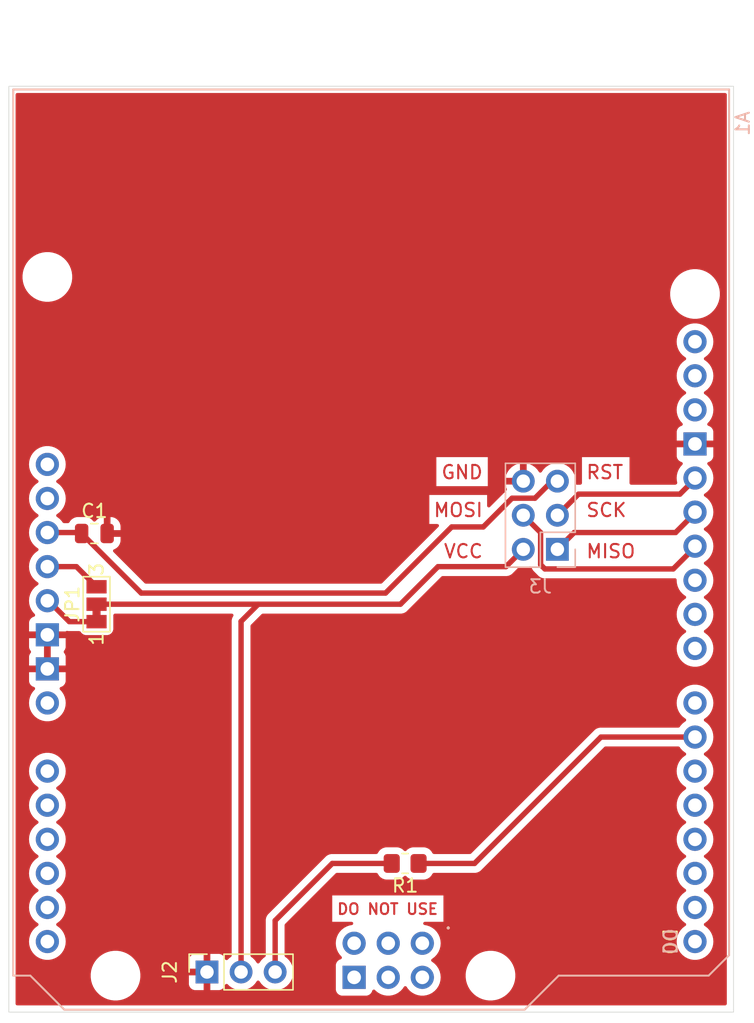
<source format=kicad_pcb>
(kicad_pcb (version 20240108) (generator "pcbnew") (generator_version "8.0")
  (layers (0 "F.Cu" signal) (31 "B.Cu" signal) (34 "B.Paste" user) (35 "F.Paste" user) (36 "B.SilkS" user "B.Silkscreen") (37 "F.SilkS" user "F.Silkscreen") (38 "B.Mask" user) (39 "F.Mask" user) (44 "Edge.Cuts" user))
  (net 0 "")
  (net 7 "+5V")
  (net 8 "SCK")
  (net 10 "MOSI")
  (net 21 "RST")
  (net 22 "GND")
  (net 26 "+3.3V")
  (net 28 "MISO")
  (net 30 "UPDI")
  (net 32 "VCC")
  (net 37 "Net-(A1-PadD6)")
  (footprint "Jumper:SolderJumper-3_P1.3mm_Bridged12_Pad1.0x1.5mm_NumberLabels" (layer "F.Cu") (at 85.864489 91.910161 90)
    (property "Reference" "JP1" (at 0 -1.8 90) (layer "F.SilkS"))
    (property "Value" "SolderJumper_3_Bridged12")
    (fp_poly (pts (xy -0.9 -0.3) (xy -0.4 -0.3) (xy -0.4 0.3) (xy -0.9 0.3)) (fill solid) (layer "F.Cu"))
    (fp_line (start 2.05 -1) (end 2.05 1) (stroke (width 0.12)) (layer "F.SilkS"))
    (fp_line (start -2.05 -1) (end 2.05 -1) (stroke (width 0.12)) (layer "F.SilkS"))
    (fp_line (start 2.05 1) (end -2.05 1) (stroke (width 0.12)) (layer "F.SilkS"))
    (fp_line (start -2.05 1) (end -2.05 -1) (stroke (width 0.12)) (layer "F.SilkS"))
    (fp_text user "3" (at 2.600001 0 90) (layer "F.SilkS"))
    (fp_text user "1" (at -2.600001 0 90) (layer "F.SilkS"))
    (pad "1" smd rect (at -1.3 0 90) (size 1 1.5) (layers "F.Cu" "F.Mask") (net 7 "+5V"))
    (pad "2" smd rect (at 0 0 90) (size 1 1.5) (layers "F.Cu" "F.Mask") (net 32 "VCC"))
    (pad "3" smd rect (at 1.3 0 90) (size 1 1.5) (layers "F.Cu" "F.Mask") (net 26 "+3.3V"))
  )
  (footprint "Resistor_SMD:R_0805_2012Metric_Pad1.20x1.40mm_HandSolder" (layer "F.Cu") (at 108.86 111.23 180)
    (property "Reference" "R1" (at 0 -1.65 360) (layer "F.SilkS"))
    (property "Value" "4k7")
    (fp_line (start -0.227064 0.735) (end 0.227064 0.735) (stroke (width 0.12)) (layer "F.SilkS"))
    (fp_line (start -0.227064 -0.735) (end 0.227064 -0.735) (stroke (width 0.12)) (layer "F.SilkS"))
    (pad "1" smd roundrect (at -1 0 180) (size 1.2 1.4) (layers "F.Cu" "F.Paste" "F.Mask") (roundrect_rratio 0.208333) (net 37 "Net-(A1-PadD6)"))
    (pad "2" smd roundrect (at 1 0 180) (size 1.2 1.4) (layers "F.Cu" "F.Paste" "F.Mask") (roundrect_rratio 0.208333) (net 30 "UPDI"))
  )
  (footprint "Capacitor_SMD:C_0805_2012Metric" (layer "F.Cu") (at 85.704488 86.640161)
    (property "Reference" "C1" (at 0 -1.679999 0) (layer "F.SilkS"))
    (property "Value" "C")
    (fp_line (start -0.261253 -0.735) (end 0.261253 -0.735) (stroke (width 0.12)) (layer "F.SilkS"))
    (fp_line (start -0.261253 0.735) (end 0.261253 0.735) (stroke (width 0.12)) (layer "F.SilkS"))
    (pad "1" smd roundrect (at -0.949999 0) (size 1 1.45) (layers "F.Cu" "F.Paste" "F.Mask") (net 21 "RST"))
    (pad "2" smd roundrect (at 0.949999 0) (size 1 1.45) (layers "F.Cu" "F.Paste" "F.Mask") (net 22 "GND"))
  )
  (footprint "Connector_PinSocket_2.54mm:PinSocket_1x03_P2.54mm_Vertical" (layer "F.Cu") (at 94.094488 119.32016 90)
    (property "Reference" "J2" (at 0 -2.77 90) (layer "F.SilkS"))
    (property "Value" "UPDI")
    (fp_line (start 1.33 -1.33) (end 1.33 0) (stroke (width 0.12)) (layer "F.SilkS"))
    (fp_line (start 0 -1.33) (end 1.33 -1.33) (stroke (width 0.12)) (layer "F.SilkS"))
    (fp_line (start 1.33 1.270001) (end 1.33 6.409999) (stroke (width 0.12)) (layer "F.SilkS"))
    (fp_line (start -1.33 1.270001) (end 1.33 1.270001) (stroke (width 0.12)) (layer "F.SilkS"))
    (fp_line (start -1.33 1.270001) (end -1.33 6.409999) (stroke (width 0.12)) (layer "F.SilkS"))
    (fp_line (start -1.33 6.409999) (end 1.33 6.409999) (stroke (width 0.12)) (layer "F.SilkS"))
    (pad "1" thru_hole rect (at 0 0 90) (size 1.7 1.7) (drill 1) (layers "*.Cu" "*.Mask" "In1.Cu" "In2.Cu" "In3.Cu" "In4.Cu" "In5.Cu" "In6.Cu" "In7.Cu" "In8.Cu" "In9.Cu" "In10.Cu" "In11.Cu" "In12.Cu" "In13.Cu" "In14.Cu" "In15.Cu" "In16.Cu" "In17.Cu" "In18.Cu" "In19.Cu" "In20.Cu" "In21.Cu" "In22.Cu" "In23.Cu" "In24.Cu" "In25.Cu" "In26.Cu" "In27.Cu" "In28.Cu" "In29.Cu" "In30.Cu") (net 22 "GND"))
    (pad "2" thru_hole oval (at 0 2.54 90) (size 1.7 1.7) (drill 1) (layers "*.Cu" "*.Mask" "In1.Cu" "In2.Cu" "In3.Cu" "In4.Cu" "In5.Cu" "In6.Cu" "In7.Cu" "In8.Cu" "In9.Cu" "In10.Cu" "In11.Cu" "In12.Cu" "In13.Cu" "In14.Cu" "In15.Cu" "In16.Cu" "In17.Cu" "In18.Cu" "In19.Cu" "In20.Cu" "In21.Cu" "In22.Cu" "In23.Cu" "In24.Cu" "In25.Cu" "In26.Cu" "In27.Cu" "In28.Cu" "In29.Cu" "In30.Cu") (net 32 "VCC"))
    (pad "3" thru_hole oval (at 0 5.079999 90) (size 1.7 1.7) (drill 1) (layers "*.Cu" "*.Mask" "In1.Cu" "In2.Cu" "In3.Cu" "In4.Cu" "In5.Cu" "In6.Cu" "In7.Cu" "In8.Cu" "In9.Cu" "In10.Cu" "In11.Cu" "In12.Cu" "In13.Cu" "In14.Cu" "In15.Cu" "In16.Cu" "In17.Cu" "In18.Cu" "In19.Cu" "In20.Cu" "In21.Cu" "In22.Cu" "In23.Cu" "In24.Cu" "In25.Cu" "In26.Cu" "In27.Cu" "In28.Cu" "In29.Cu" "In30.Cu") (net 30 "UPDI"))
  )
  (footprint "PCM_arduino-library:Arduino_Uno_R3_Shield" (layer "F.Cu") (at 79.66 53.550161 -90)
    (property "Reference" "A1" (at 2.54 -54.356 90) (layer "B.SilkS") (effects (justify mirror)))
    (property "Value" "Arduino_Uno_R3_SMD_Shield")
    (fp_line (start 0 0) (end 66.04 0) (stroke (width 0.15)) (layer "B.SilkS"))
    (fp_line (start 66.04 0) (end 66.04 -1.27) (stroke (width 0.15)) (layer "B.SilkS"))
    (fp_line (start 66.04 -1.27) (end 68.58 -3.81) (stroke (width 0.15)) (layer "B.SilkS"))
    (fp_line (start 68.58 -3.81) (end 68.58 -38.099999) (stroke (width 0.15)) (layer "B.SilkS"))
    (fp_line (start 68.58 -38.099999) (end 66.04 -40.64) (stroke (width 0.15)) (layer "B.SilkS"))
    (fp_line (start 66.04 -40.64) (end 66.04 -51.816) (stroke (width 0.15)) (layer "B.SilkS"))
    (fp_line (start 0 -53.34) (end 0 0) (stroke (width 0.15)) (layer "B.SilkS"))
    (fp_line (start 0 -53.34) (end 64.516 -53.34) (stroke (width 0.15)) (layer "B.SilkS"))
    (fp_line (start 64.516 -53.34) (end 66.04 -51.816) (stroke (width 0.15)) (layer "B.SilkS"))
    (fp_text user "." (at 62.484001 -32.004 90) (layer "B.SilkS"))
    (fp_text user "D0" (at 63.500001 -48.895 -90) (layer "B.SilkS") (effects (justify mirror)))
    (fp_text user "D0" (at 63.500001 -48.895 -90) (layer "F.SilkS"))
    (fp_text user "." (at 62.484001 -32.004 90) (layer "F.SilkS"))
    (pad "" np_thru_hole circle (at 13.97 -2.54 270) (size 3.2 3.2) (drill 3.2) (layers "*.Cu" "*.Mask" "In1.Cu" "In2.Cu" "In3.Cu" "In4.Cu" "In5.Cu" "In6.Cu" "In7.Cu" "In8.Cu" "In9.Cu" "In10.Cu" "In11.Cu" "In12.Cu" "In13.Cu" "In14.Cu" "In15.Cu" "In16.Cu" "In17.Cu" "In18.Cu" "In19.Cu" "In20.Cu" "In21.Cu" "In22.Cu" "In23.Cu" "In24.Cu" "In25.Cu" "In26.Cu" "In27.Cu" "In28.Cu" "In29.Cu" "In30.Cu"))
    (pad "" np_thru_hole circle (at 15.24 -50.8 270) (size 3.2 3.2) (drill 3.2) (layers "*.Cu" "*.Mask" "In1.Cu" "In2.Cu" "In3.Cu" "In4.Cu" "In5.Cu" "In6.Cu" "In7.Cu" "In8.Cu" "In9.Cu" "In10.Cu" "In11.Cu" "In12.Cu" "In13.Cu" "In14.Cu" "In15.Cu" "In16.Cu" "In17.Cu" "In18.Cu" "In19.Cu" "In20.Cu" "In21.Cu" "In22.Cu" "In23.Cu" "In24.Cu" "In25.Cu" "In26.Cu" "In27.Cu" "In28.Cu" "In29.Cu" "In30.Cu"))
    (pad "" thru_hole oval (at 27.94 -2.54 270) (size 1.7272 1.7272) (drill 1.016) (layers "*.Cu" "*.Mask" "In1.Cu" "In2.Cu" "In3.Cu" "In4.Cu" "In5.Cu" "In6.Cu" "In7.Cu" "In8.Cu" "In9.Cu" "In10.Cu" "In11.Cu" "In12.Cu" "In13.Cu" "In14.Cu" "In15.Cu" "In16.Cu" "In17.Cu" "In18.Cu" "In19.Cu" "In20.Cu" "In21.Cu" "In22.Cu" "In23.Cu" "In24.Cu" "In25.Cu" "In26.Cu" "In27.Cu" "In28.Cu" "In29.Cu" "In30.Cu"))
    (pad "" np_thru_hole circle (at 66.04 -35.56 270) (size 3.2 3.2) (drill 3.2) (layers "*.Cu" "*.Mask" "In1.Cu" "In2.Cu" "In3.Cu" "In4.Cu" "In5.Cu" "In6.Cu" "In7.Cu" "In8.Cu" "In9.Cu" "In10.Cu" "In11.Cu" "In12.Cu" "In13.Cu" "In14.Cu" "In15.Cu" "In16.Cu" "In17.Cu" "In18.Cu" "In19.Cu" "In20.Cu" "In21.Cu" "In22.Cu" "In23.Cu" "In24.Cu" "In25.Cu" "In26.Cu" "In27.Cu" "In28.Cu" "In29.Cu" "In30.Cu"))
    (pad "" np_thru_hole circle (at 66.04 -7.62 270) (size 3.2 3.2) (drill 3.2) (layers "*.Cu" "*.Mask" "In1.Cu" "In2.Cu" "In3.Cu" "In4.Cu" "In5.Cu" "In6.Cu" "In7.Cu" "In8.Cu" "In9.Cu" "In10.Cu" "In11.Cu" "In12.Cu" "In13.Cu" "In14.Cu" "In15.Cu" "In16.Cu" "In17.Cu" "In18.Cu" "In19.Cu" "In20.Cu" "In21.Cu" "In22.Cu" "In23.Cu" "In24.Cu" "In25.Cu" "In26.Cu" "In27.Cu" "In28.Cu" "In29.Cu" "In30.Cu"))
    (pad "3V3" thru_hole oval (at 35.56 -2.54 270) (size 1.7272 1.7272) (drill 1.016) (layers "*.Cu" "*.Mask" "In1.Cu" "In2.Cu" "In3.Cu" "In4.Cu" "In5.Cu" "In6.Cu" "In7.Cu" "In8.Cu" "In9.Cu" "In10.Cu" "In11.Cu" "In12.Cu" "In13.Cu" "In14.Cu" "In15.Cu" "In16.Cu" "In17.Cu" "In18.Cu" "In19.Cu" "In20.Cu" "In21.Cu" "In22.Cu" "In23.Cu" "In24.Cu" "In25.Cu" "In26.Cu" "In27.Cu" "In28.Cu" "In29.Cu" "In30.Cu") (net 26 "+3.3V"))
    (pad "5V1" thru_hole oval (at 38.1 -2.54 270) (size 1.7272 1.7272) (drill 1.016) (layers "*.Cu" "*.Mask" "In1.Cu" "In2.Cu" "In3.Cu" "In4.Cu" "In5.Cu" "In6.Cu" "In7.Cu" "In8.Cu" "In9.Cu" "In10.Cu" "In11.Cu" "In12.Cu" "In13.Cu" "In14.Cu" "In15.Cu" "In16.Cu" "In17.Cu" "In18.Cu" "In19.Cu" "In20.Cu" "In21.Cu" "In22.Cu" "In23.Cu" "In24.Cu" "In25.Cu" "In26.Cu" "In27.Cu" "In28.Cu" "In29.Cu" "In30.Cu") (net 7 "+5V"))
    (pad "5V2" thru_hole oval (at 66.167 -30.48 270) (size 1.7272 1.7272) (drill 1.016) (layers "*.Cu" "*.Mask" "In1.Cu" "In2.Cu" "In3.Cu" "In4.Cu" "In5.Cu" "In6.Cu" "In7.Cu" "In8.Cu" "In9.Cu" "In10.Cu" "In11.Cu" "In12.Cu" "In13.Cu" "In14.Cu" "In15.Cu" "In16.Cu" "In17.Cu" "In18.Cu" "In19.Cu" "In20.Cu" "In21.Cu" "In22.Cu" "In23.Cu" "In24.Cu" "In25.Cu" "In26.Cu" "In27.Cu" "In28.Cu" "In29.Cu" "In30.Cu"))
    (pad "A0" thru_hole oval (at 50.8 -2.54 270) (size 1.7272 1.7272) (drill 1.016) (layers "*.Cu" "*.Mask" "In1.Cu" "In2.Cu" "In3.Cu" "In4.Cu" "In5.Cu" "In6.Cu" "In7.Cu" "In8.Cu" "In9.Cu" "In10.Cu" "In11.Cu" "In12.Cu" "In13.Cu" "In14.Cu" "In15.Cu" "In16.Cu" "In17.Cu" "In18.Cu" "In19.Cu" "In20.Cu" "In21.Cu" "In22.Cu" "In23.Cu" "In24.Cu" "In25.Cu" "In26.Cu" "In27.Cu" "In28.Cu" "In29.Cu" "In30.Cu"))
    (pad "A1" thru_hole oval (at 53.34 -2.54 270) (size 1.7272 1.7272) (drill 1.016) (layers "*.Cu" "*.Mask" "In1.Cu" "In2.Cu" "In3.Cu" "In4.Cu" "In5.Cu" "In6.Cu" "In7.Cu" "In8.Cu" "In9.Cu" "In10.Cu" "In11.Cu" "In12.Cu" "In13.Cu" "In14.Cu" "In15.Cu" "In16.Cu" "In17.Cu" "In18.Cu" "In19.Cu" "In20.Cu" "In21.Cu" "In22.Cu" "In23.Cu" "In24.Cu" "In25.Cu" "In26.Cu" "In27.Cu" "In28.Cu" "In29.Cu" "In30.Cu"))
    (pad "A2" thru_hole oval (at 55.88 -2.54 270) (size 1.7272 1.7272) (drill 1.016) (layers "*.Cu" "*.Mask" "In1.Cu" "In2.Cu" "In3.Cu" "In4.Cu" "In5.Cu" "In6.Cu" "In7.Cu" "In8.Cu" "In9.Cu" "In10.Cu" "In11.Cu" "In12.Cu" "In13.Cu" "In14.Cu" "In15.Cu" "In16.Cu" "In17.Cu" "In18.Cu" "In19.Cu" "In20.Cu" "In21.Cu" "In22.Cu" "In23.Cu" "In24.Cu" "In25.Cu" "In26.Cu" "In27.Cu" "In28.Cu" "In29.Cu" "In30.Cu"))
    (pad "A3" thru_hole oval (at 58.42 -2.54 270) (size 1.7272 1.7272) (drill 1.016) (layers "*.Cu" "*.Mask" "In1.Cu" "In2.Cu" "In3.Cu" "In4.Cu" "In5.Cu" "In6.Cu" "In7.Cu" "In8.Cu" "In9.Cu" "In10.Cu" "In11.Cu" "In12.Cu" "In13.Cu" "In14.Cu" "In15.Cu" "In16.Cu" "In17.Cu" "In18.Cu" "In19.Cu" "In20.Cu" "In21.Cu" "In22.Cu" "In23.Cu" "In24.Cu" "In25.Cu" "In26.Cu" "In27.Cu" "In28.Cu" "In29.Cu" "In30.Cu"))
    (pad "A4" thru_hole oval (at 60.96 -2.54 270) (size 1.7272 1.7272) (drill 1.016) (layers "*.Cu" "*.Mask" "In1.Cu" "In2.Cu" "In3.Cu" "In4.Cu" "In5.Cu" "In6.Cu" "In7.Cu" "In8.Cu" "In9.Cu" "In10.Cu" "In11.Cu" "In12.Cu" "In13.Cu" "In14.Cu" "In15.Cu" "In16.Cu" "In17.Cu" "In18.Cu" "In19.Cu" "In20.Cu" "In21.Cu" "In22.Cu" "In23.Cu" "In24.Cu" "In25.Cu" "In26.Cu" "In27.Cu" "In28.Cu" "In29.Cu" "In30.Cu"))
    (pad "A5" thru_hole oval (at 63.5 -2.54 270) (size 1.7272 1.7272) (drill 1.016) (layers "*.Cu" "*.Mask" "In1.Cu" "In2.Cu" "In3.Cu" "In4.Cu" "In5.Cu" "In6.Cu" "In7.Cu" "In8.Cu" "In9.Cu" "In10.Cu" "In11.Cu" "In12.Cu" "In13.Cu" "In14.Cu" "In15.Cu" "In16.Cu" "In17.Cu" "In18.Cu" "In19.Cu" "In20.Cu" "In21.Cu" "In22.Cu" "In23.Cu" "In24.Cu" "In25.Cu" "In26.Cu" "In27.Cu" "In28.Cu" "In29.Cu" "In30.Cu"))
    (pad "AREF" thru_hole oval (at 23.876 -50.8 270) (size 1.7272 1.7272) (drill 1.016) (layers "*.Cu" "*.Mask" "In1.Cu" "In2.Cu" "In3.Cu" "In4.Cu" "In5.Cu" "In6.Cu" "In7.Cu" "In8.Cu" "In9.Cu" "In10.Cu" "In11.Cu" "In12.Cu" "In13.Cu" "In14.Cu" "In15.Cu" "In16.Cu" "In17.Cu" "In18.Cu" "In19.Cu" "In20.Cu" "In21.Cu" "In22.Cu" "In23.Cu" "In24.Cu" "In25.Cu" "In26.Cu" "In27.Cu" "In28.Cu" "In29.Cu" "In30.Cu"))
    (pad "D0" thru_hole oval (at 63.5 -50.8 270) (size 1.7272 1.7272) (drill 1.016) (layers "*.Cu" "*.Mask" "In1.Cu" "In2.Cu" "In3.Cu" "In4.Cu" "In5.Cu" "In6.Cu" "In7.Cu" "In8.Cu" "In9.Cu" "In10.Cu" "In11.Cu" "In12.Cu" "In13.Cu" "In14.Cu" "In15.Cu" "In16.Cu" "In17.Cu" "In18.Cu" "In19.Cu" "In20.Cu" "In21.Cu" "In22.Cu" "In23.Cu" "In24.Cu" "In25.Cu" "In26.Cu" "In27.Cu" "In28.Cu" "In29.Cu" "In30.Cu"))
    (pad "D1" thru_hole oval (at 60.96 -50.8 270) (size 1.7272 1.7272) (drill 1.016) (layers "*.Cu" "*.Mask" "In1.Cu" "In2.Cu" "In3.Cu" "In4.Cu" "In5.Cu" "In6.Cu" "In7.Cu" "In8.Cu" "In9.Cu" "In10.Cu" "In11.Cu" "In12.Cu" "In13.Cu" "In14.Cu" "In15.Cu" "In16.Cu" "In17.Cu" "In18.Cu" "In19.Cu" "In20.Cu" "In21.Cu" "In22.Cu" "In23.Cu" "In24.Cu" "In25.Cu" "In26.Cu" "In27.Cu" "In28.Cu" "In29.Cu" "In30.Cu"))
    (pad "D2" thru_hole oval (at 58.42 -50.8 270) (size 1.7272 1.7272) (drill 1.016) (layers "*.Cu" "*.Mask" "In1.Cu" "In2.Cu" "In3.Cu" "In4.Cu" "In5.Cu" "In6.Cu" "In7.Cu" "In8.Cu" "In9.Cu" "In10.Cu" "In11.Cu" "In12.Cu" "In13.Cu" "In14.Cu" "In15.Cu" "In16.Cu" "In17.Cu" "In18.Cu" "In19.Cu" "In20.Cu" "In21.Cu" "In22.Cu" "In23.Cu" "In24.Cu" "In25.Cu" "In26.Cu" "In27.Cu" "In28.Cu" "In29.Cu" "In30.Cu"))
    (pad "D3" thru_hole oval (at 55.879999 -50.8 270) (size 1.7272 1.7272) (drill 1.016) (layers "*.Cu" "*.Mask" "In1.Cu" "In2.Cu" "In3.Cu" "In4.Cu" "In5.Cu" "In6.Cu" "In7.Cu" "In8.Cu" "In9.Cu" "In10.Cu" "In11.Cu" "In12.Cu" "In13.Cu" "In14.Cu" "In15.Cu" "In16.Cu" "In17.Cu" "In18.Cu" "In19.Cu" "In20.Cu" "In21.Cu" "In22.Cu" "In23.Cu" "In24.Cu" "In25.Cu" "In26.Cu" "In27.Cu" "In28.Cu" "In29.Cu" "In30.Cu"))
    (pad "D4" thru_hole oval (at 53.34 -50.8 270) (size 1.7272 1.7272) (drill 1.016) (layers "*.Cu" "*.Mask" "In1.Cu" "In2.Cu" "In3.Cu" "In4.Cu" "In5.Cu" "In6.Cu" "In7.Cu" "In8.Cu" "In9.Cu" "In10.Cu" "In11.Cu" "In12.Cu" "In13.Cu" "In14.Cu" "In15.Cu" "In16.Cu" "In17.Cu" "In18.Cu" "In19.Cu" "In20.Cu" "In21.Cu" "In22.Cu" "In23.Cu" "In24.Cu" "In25.Cu" "In26.Cu" "In27.Cu" "In28.Cu" "In29.Cu" "In30.Cu"))
    (pad "D5" thru_hole oval (at 50.8 -50.8 270) (size 1.7272 1.7272) (drill 1.016) (layers "*.Cu" "*.Mask" "In1.Cu" "In2.Cu" "In3.Cu" "In4.Cu" "In5.Cu" "In6.Cu" "In7.Cu" "In8.Cu" "In9.Cu" "In10.Cu" "In11.Cu" "In12.Cu" "In13.Cu" "In14.Cu" "In15.Cu" "In16.Cu" "In17.Cu" "In18.Cu" "In19.Cu" "In20.Cu" "In21.Cu" "In22.Cu" "In23.Cu" "In24.Cu" "In25.Cu" "In26.Cu" "In27.Cu" "In28.Cu" "In29.Cu" "In30.Cu"))
    (pad "D6" thru_hole oval (at 48.26 -50.8 270) (size 1.7272 1.7272) (drill 1.016) (layers "*.Cu" "*.Mask" "In1.Cu" "In2.Cu" "In3.Cu" "In4.Cu" "In5.Cu" "In6.Cu" "In7.Cu" "In8.Cu" "In9.Cu" "In10.Cu" "In11.Cu" "In12.Cu" "In13.Cu" "In14.Cu" "In15.Cu" "In16.Cu" "In17.Cu" "In18.Cu" "In19.Cu" "In20.Cu" "In21.Cu" "In22.Cu" "In23.Cu" "In24.Cu" "In25.Cu" "In26.Cu" "In27.Cu" "In28.Cu" "In29.Cu" "In30.Cu") (net 37 "Net-(A1-PadD6)"))
    (pad "D7" thru_hole oval (at 45.720001 -50.8 270) (size 1.7272 1.7272) (drill 1.016) (layers "*.Cu" "*.Mask" "In1.Cu" "In2.Cu" "In3.Cu" "In4.Cu" "In5.Cu" "In6.Cu" "In7.Cu" "In8.Cu" "In9.Cu" "In10.Cu" "In11.Cu" "In12.Cu" "In13.Cu" "In14.Cu" "In15.Cu" "In16.Cu" "In17.Cu" "In18.Cu" "In19.Cu" "In20.Cu" "In21.Cu" "In22.Cu" "In23.Cu" "In24.Cu" "In25.Cu" "In26.Cu" "In27.Cu" "In28.Cu" "In29.Cu" "In30.Cu"))
    (pad "D8" thru_hole oval (at 41.656001 -50.8 270) (size 1.7272 1.7272) (drill 1.016) (layers "*.Cu" "*.Mask" "In1.Cu" "In2.Cu" "In3.Cu" "In4.Cu" "In5.Cu" "In6.Cu" "In7.Cu" "In8.Cu" "In9.Cu" "In10.Cu" "In11.Cu" "In12.Cu" "In13.Cu" "In14.Cu" "In15.Cu" "In16.Cu" "In17.Cu" "In18.Cu" "In19.Cu" "In20.Cu" "In21.Cu" "In22.Cu" "In23.Cu" "In24.Cu" "In25.Cu" "In26.Cu" "In27.Cu" "In28.Cu" "In29.Cu" "In30.Cu"))
    (pad "D9" thru_hole oval (at 39.116 -50.8 270) (size 1.7272 1.7272) (drill 1.016) (layers "*.Cu" "*.Mask" "In1.Cu" "In2.Cu" "In3.Cu" "In4.Cu" "In5.Cu" "In6.Cu" "In7.Cu" "In8.Cu" "In9.Cu" "In10.Cu" "In11.Cu" "In12.Cu" "In13.Cu" "In14.Cu" "In15.Cu" "In16.Cu" "In17.Cu" "In18.Cu" "In19.Cu" "In20.Cu" "In21.Cu" "In22.Cu" "In23.Cu" "In24.Cu" "In25.Cu" "In26.Cu" "In27.Cu" "In28.Cu" "In29.Cu" "In30.Cu"))
    (pad "D10" thru_hole oval (at 36.576 -50.8 270) (size 1.7272 1.7272) (drill 1.016) (layers "*.Cu" "*.Mask" "In1.Cu" "In2.Cu" "In3.Cu" "In4.Cu" "In5.Cu" "In6.Cu" "In7.Cu" "In8.Cu" "In9.Cu" "In10.Cu" "In11.Cu" "In12.Cu" "In13.Cu" "In14.Cu" "In15.Cu" "In16.Cu" "In17.Cu" "In18.Cu" "In19.Cu" "In20.Cu" "In21.Cu" "In22.Cu" "In23.Cu" "In24.Cu" "In25.Cu" "In26.Cu" "In27.Cu" "In28.Cu" "In29.Cu" "In30.Cu"))
    (pad "D11" thru_hole oval (at 34.036 -50.8 270) (size 1.7272 1.7272) (drill 1.016) (layers "*.Cu" "*.Mask" "In1.Cu" "In2.Cu" "In3.Cu" "In4.Cu" "In5.Cu" "In6.Cu" "In7.Cu" "In8.Cu" "In9.Cu" "In10.Cu" "In11.Cu" "In12.Cu" "In13.Cu" "In14.Cu" "In15.Cu" "In16.Cu" "In17.Cu" "In18.Cu" "In19.Cu" "In20.Cu" "In21.Cu" "In22.Cu" "In23.Cu" "In24.Cu" "In25.Cu" "In26.Cu" "In27.Cu" "In28.Cu" "In29.Cu" "In30.Cu") (net 10 "MOSI"))
    (pad "D12" thru_hole oval (at 31.496 -50.8 270) (size 1.7272 1.7272) (drill 1.016) (layers "*.Cu" "*.Mask" "In1.Cu" "In2.Cu" "In3.Cu" "In4.Cu" "In5.Cu" "In6.Cu" "In7.Cu" "In8.Cu" "In9.Cu" "In10.Cu" "In11.Cu" "In12.Cu" "In13.Cu" "In14.Cu" "In15.Cu" "In16.Cu" "In17.Cu" "In18.Cu" "In19.Cu" "In20.Cu" "In21.Cu" "In22.Cu" "In23.Cu" "In24.Cu" "In25.Cu" "In26.Cu" "In27.Cu" "In28.Cu" "In29.Cu" "In30.Cu") (net 28 "MISO"))
    (pad "D13" thru_hole oval (at 28.955999 -50.8 270) (size 1.7272 1.7272) (drill 1.016) (layers "*.Cu" "*.Mask" "In1.Cu" "In2.Cu" "In3.Cu" "In4.Cu" "In5.Cu" "In6.Cu" "In7.Cu" "In8.Cu" "In9.Cu" "In10.Cu" "In11.Cu" "In12.Cu" "In13.Cu" "In14.Cu" "In15.Cu" "In16.Cu" "In17.Cu" "In18.Cu" "In19.Cu" "In20.Cu" "In21.Cu" "In22.Cu" "In23.Cu" "In24.Cu" "In25.Cu" "In26.Cu" "In27.Cu" "In28.Cu" "In29.Cu" "In30.Cu") (net 8 "SCK"))
    (pad "GND1" thru_hole rect (at 26.416 -50.8 270) (size 1.7272 1.7272) (drill 1.016) (layers "*.Cu" "*.Mask" "In1.Cu" "In2.Cu" "In3.Cu" "In4.Cu" "In5.Cu" "In6.Cu" "In7.Cu" "In8.Cu" "In9.Cu" "In10.Cu" "In11.Cu" "In12.Cu" "In13.Cu" "In14.Cu" "In15.Cu" "In16.Cu" "In17.Cu" "In18.Cu" "In19.Cu" "In20.Cu" "In21.Cu" "In22.Cu" "In23.Cu" "In24.Cu" "In25.Cu" "In26.Cu" "In27.Cu" "In28.Cu" "In29.Cu" "In30.Cu") (net 22 "GND"))
    (pad "GND2" thru_hole rect (at 40.64 -2.54 270) (size 1.7272 1.7272) (drill 1.016) (layers "*.Cu" "*.Mask" "In1.Cu" "In2.Cu" "In3.Cu" "In4.Cu" "In5.Cu" "In6.Cu" "In7.Cu" "In8.Cu" "In9.Cu" "In10.Cu" "In11.Cu" "In12.Cu" "In13.Cu" "In14.Cu" "In15.Cu" "In16.Cu" "In17.Cu" "In18.Cu" "In19.Cu" "In20.Cu" "In21.Cu" "In22.Cu" "In23.Cu" "In24.Cu" "In25.Cu" "In26.Cu" "In27.Cu" "In28.Cu" "In29.Cu" "In30.Cu") (net 22 "GND"))
    (pad "GND3" thru_hole rect (at 43.18 -2.54 270) (size 1.7272 1.7272) (drill 1.016) (layers "*.Cu" "*.Mask" "In1.Cu" "In2.Cu" "In3.Cu" "In4.Cu" "In5.Cu" "In6.Cu" "In7.Cu" "In8.Cu" "In9.Cu" "In10.Cu" "In11.Cu" "In12.Cu" "In13.Cu" "In14.Cu" "In15.Cu" "In16.Cu" "In17.Cu" "In18.Cu" "In19.Cu" "In20.Cu" "In21.Cu" "In22.Cu" "In23.Cu" "In24.Cu" "In25.Cu" "In26.Cu" "In27.Cu" "In28.Cu" "In29.Cu" "In30.Cu") (net 22 "GND"))
    (pad "GND4" thru_hole rect (at 66.167 -25.4 270) (size 1.7272 1.7272) (drill 1.016) (layers "*.Cu" "*.Mask" "In1.Cu" "In2.Cu" "In3.Cu" "In4.Cu" "In5.Cu" "In6.Cu" "In7.Cu" "In8.Cu" "In9.Cu" "In10.Cu" "In11.Cu" "In12.Cu" "In13.Cu" "In14.Cu" "In15.Cu" "In16.Cu" "In17.Cu" "In18.Cu" "In19.Cu" "In20.Cu" "In21.Cu" "In22.Cu" "In23.Cu" "In24.Cu" "In25.Cu" "In26.Cu" "In27.Cu" "In28.Cu" "In29.Cu" "In30.Cu"))
    (pad "IORF" thru_hole oval (at 30.48 -2.54 270) (size 1.7272 1.7272) (drill 1.016) (layers "*.Cu" "*.Mask" "In1.Cu" "In2.Cu" "In3.Cu" "In4.Cu" "In5.Cu" "In6.Cu" "In7.Cu" "In8.Cu" "In9.Cu" "In10.Cu" "In11.Cu" "In12.Cu" "In13.Cu" "In14.Cu" "In15.Cu" "In16.Cu" "In17.Cu" "In18.Cu" "In19.Cu" "In20.Cu" "In21.Cu" "In22.Cu" "In23.Cu" "In24.Cu" "In25.Cu" "In26.Cu" "In27.Cu" "In28.Cu" "In29.Cu" "In30.Cu"))
    (pad "MISO" thru_hole oval (at 63.627 -30.48 270) (size 1.7272 1.7272) (drill 1.016) (layers "*.Cu" "*.Mask" "In1.Cu" "In2.Cu" "In3.Cu" "In4.Cu" "In5.Cu" "In6.Cu" "In7.Cu" "In8.Cu" "In9.Cu" "In10.Cu" "In11.Cu" "In12.Cu" "In13.Cu" "In14.Cu" "In15.Cu" "In16.Cu" "In17.Cu" "In18.Cu" "In19.Cu" "In20.Cu" "In21.Cu" "In22.Cu" "In23.Cu" "In24.Cu" "In25.Cu" "In26.Cu" "In27.Cu" "In28.Cu" "In29.Cu" "In30.Cu"))
    (pad "MOSI" thru_hole oval (at 66.167 -27.94 270) (size 1.7272 1.7272) (drill 1.016) (layers "*.Cu" "*.Mask" "In1.Cu" "In2.Cu" "In3.Cu" "In4.Cu" "In5.Cu" "In6.Cu" "In7.Cu" "In8.Cu" "In9.Cu" "In10.Cu" "In11.Cu" "In12.Cu" "In13.Cu" "In14.Cu" "In15.Cu" "In16.Cu" "In17.Cu" "In18.Cu" "In19.Cu" "In20.Cu" "In21.Cu" "In22.Cu" "In23.Cu" "In24.Cu" "In25.Cu" "In26.Cu" "In27.Cu" "In28.Cu" "In29.Cu" "In30.Cu"))
    (pad "RST1" thru_hole oval (at 33.02 -2.54 270) (size 1.7272 1.7272) (drill 1.016) (layers "*.Cu" "*.Mask" "In1.Cu" "In2.Cu" "In3.Cu" "In4.Cu" "In5.Cu" "In6.Cu" "In7.Cu" "In8.Cu" "In9.Cu" "In10.Cu" "In11.Cu" "In12.Cu" "In13.Cu" "In14.Cu" "In15.Cu" "In16.Cu" "In17.Cu" "In18.Cu" "In19.Cu" "In20.Cu" "In21.Cu" "In22.Cu" "In23.Cu" "In24.Cu" "In25.Cu" "In26.Cu" "In27.Cu" "In28.Cu" "In29.Cu" "In30.Cu") (net 21 "RST"))
    (pad "RST2" thru_hole oval (at 63.627 -25.4 270) (size 1.7272 1.7272) (drill 1.016) (layers "*.Cu" "*.Mask" "In1.Cu" "In2.Cu" "In3.Cu" "In4.Cu" "In5.Cu" "In6.Cu" "In7.Cu" "In8.Cu" "In9.Cu" "In10.Cu" "In11.Cu" "In12.Cu" "In13.Cu" "In14.Cu" "In15.Cu" "In16.Cu" "In17.Cu" "In18.Cu" "In19.Cu" "In20.Cu" "In21.Cu" "In22.Cu" "In23.Cu" "In24.Cu" "In25.Cu" "In26.Cu" "In27.Cu" "In28.Cu" "In29.Cu" "In30.Cu"))
    (pad "SCK" thru_hole oval (at 63.627 -27.94 270) (size 1.7272 1.7272) (drill 1.016) (layers "*.Cu" "*.Mask" "In1.Cu" "In2.Cu" "In3.Cu" "In4.Cu" "In5.Cu" "In6.Cu" "In7.Cu" "In8.Cu" "In9.Cu" "In10.Cu" "In11.Cu" "In12.Cu" "In13.Cu" "In14.Cu" "In15.Cu" "In16.Cu" "In17.Cu" "In18.Cu" "In19.Cu" "In20.Cu" "In21.Cu" "In22.Cu" "In23.Cu" "In24.Cu" "In25.Cu" "In26.Cu" "In27.Cu" "In28.Cu" "In29.Cu" "In30.Cu"))
    (pad "SCL" thru_hole oval (at 18.796001 -50.8 270) (size 1.7272 1.7272) (drill 1.016) (layers "*.Cu" "*.Mask" "In1.Cu" "In2.Cu" "In3.Cu" "In4.Cu" "In5.Cu" "In6.Cu" "In7.Cu" "In8.Cu" "In9.Cu" "In10.Cu" "In11.Cu" "In12.Cu" "In13.Cu" "In14.Cu" "In15.Cu" "In16.Cu" "In17.Cu" "In18.Cu" "In19.Cu" "In20.Cu" "In21.Cu" "In22.Cu" "In23.Cu" "In24.Cu" "In25.Cu" "In26.Cu" "In27.Cu" "In28.Cu" "In29.Cu" "In30.Cu"))
    (pad "SDA" thru_hole oval (at 21.336 -50.8 270) (size 1.7272 1.7272) (drill 1.016) (layers "*.Cu" "*.Mask" "In1.Cu" "In2.Cu" "In3.Cu" "In4.Cu" "In5.Cu" "In6.Cu" "In7.Cu" "In8.Cu" "In9.Cu" "In10.Cu" "In11.Cu" "In12.Cu" "In13.Cu" "In14.Cu" "In15.Cu" "In16.Cu" "In17.Cu" "In18.Cu" "In19.Cu" "In20.Cu" "In21.Cu" "In22.Cu" "In23.Cu" "In24.Cu" "In25.Cu" "In26.Cu" "In27.Cu" "In28.Cu" "In29.Cu" "In30.Cu"))
    (pad "VIN" thru_hole oval (at 45.72 -2.54 270) (size 1.7272 1.7272) (drill 1.016) (layers "*.Cu" "*.Mask" "In1.Cu" "In2.Cu" "In3.Cu" "In4.Cu" "In5.Cu" "In6.Cu" "In7.Cu" "In8.Cu" "In9.Cu" "In10.Cu" "In11.Cu" "In12.Cu" "In13.Cu" "In14.Cu" "In15.Cu" "In16.Cu" "In17.Cu" "In18.Cu" "In19.Cu" "In20.Cu" "In21.Cu" "In22.Cu" "In23.Cu" "In24.Cu" "In25.Cu" "In26.Cu" "In27.Cu" "In28.Cu" "In29.Cu" "In30.Cu"))
  )
  (footprint "Connector_PinSocket_2.54mm:PinSocket_2x03_P2.54mm_Vertical" (layer "B.Cu") (at 120.204488 87.820161)
    (property "Reference" "J3" (at -1.27 2.77 0) (layer "B.SilkS") (effects (justify mirror)))
    (property "Value" "AVR-ISP-6")
    (fp_line (start -3.87 -6.41) (end -3.87 1.33) (stroke (width 0.12)) (layer "B.SilkS"))
    (fp_line (start -1.270001 1.33) (end -3.87 1.33) (stroke (width 0.12)) (layer "B.SilkS"))
    (fp_line (start -1.27 -1.27) (end -1.270001 1.33) (stroke (width 0.12)) (layer "B.SilkS"))
    (fp_line (start 1.33 -6.409999) (end -3.87 -6.41) (stroke (width 0.12)) (layer "B.SilkS"))
    (fp_line (start 1.33 -6.409999) (end 1.33 -1.270001) (stroke (width 0.12)) (layer "B.SilkS"))
    (fp_line (start 1.33 -1.270001) (end -1.27 -1.27) (stroke (width 0.12)) (layer "B.SilkS"))
    (fp_line (start 1.33 0) (end 1.33 1.33) (stroke (width 0.12)) (layer "B.SilkS"))
    (fp_line (start 1.33 1.33) (end 0 1.33) (stroke (width 0.12)) (layer "B.SilkS"))
    (pad "1" thru_hole rect (at 0 0) (size 1.7 1.7) (drill 1) (layers "*.Cu" "*.Mask" "In1.Cu" "In2.Cu" "In3.Cu" "In4.Cu" "In5.Cu" "In6.Cu" "In7.Cu" "In8.Cu" "In9.Cu" "In10.Cu" "In11.Cu" "In12.Cu" "In13.Cu" "In14.Cu" "In15.Cu" "In16.Cu" "In17.Cu" "In18.Cu" "In19.Cu" "In20.Cu" "In21.Cu" "In22.Cu" "In23.Cu" "In24.Cu" "In25.Cu" "In26.Cu" "In27.Cu" "In28.Cu" "In29.Cu" "In30.Cu") (net 28 "MISO"))
    (pad "2" thru_hole oval (at -2.54 0) (size 1.7 1.7) (drill 1) (layers "*.Cu" "*.Mask" "In1.Cu" "In2.Cu" "In3.Cu" "In4.Cu" "In5.Cu" "In6.Cu" "In7.Cu" "In8.Cu" "In9.Cu" "In10.Cu" "In11.Cu" "In12.Cu" "In13.Cu" "In14.Cu" "In15.Cu" "In16.Cu" "In17.Cu" "In18.Cu" "In19.Cu" "In20.Cu" "In21.Cu" "In22.Cu" "In23.Cu" "In24.Cu" "In25.Cu" "In26.Cu" "In27.Cu" "In28.Cu" "In29.Cu" "In30.Cu") (net 32 "VCC"))
    (pad "3" thru_hole oval (at 0 -2.54) (size 1.7 1.7) (drill 1) (layers "*.Cu" "*.Mask" "In1.Cu" "In2.Cu" "In3.Cu" "In4.Cu" "In5.Cu" "In6.Cu" "In7.Cu" "In8.Cu" "In9.Cu" "In10.Cu" "In11.Cu" "In12.Cu" "In13.Cu" "In14.Cu" "In15.Cu" "In16.Cu" "In17.Cu" "In18.Cu" "In19.Cu" "In20.Cu" "In21.Cu" "In22.Cu" "In23.Cu" "In24.Cu" "In25.Cu" "In26.Cu" "In27.Cu" "In28.Cu" "In29.Cu" "In30.Cu") (net 8 "SCK"))
    (pad "4" thru_hole oval (at -2.54 -2.54) (size 1.7 1.7) (drill 1) (layers "*.Cu" "*.Mask" "In1.Cu" "In2.Cu" "In3.Cu" "In4.Cu" "In5.Cu" "In6.Cu" "In7.Cu" "In8.Cu" "In9.Cu" "In10.Cu" "In11.Cu" "In12.Cu" "In13.Cu" "In14.Cu" "In15.Cu" "In16.Cu" "In17.Cu" "In18.Cu" "In19.Cu" "In20.Cu" "In21.Cu" "In22.Cu" "In23.Cu" "In24.Cu" "In25.Cu" "In26.Cu" "In27.Cu" "In28.Cu" "In29.Cu" "In30.Cu") (net 10 "MOSI"))
    (pad "5" thru_hole oval (at 0 -5.079999) (size 1.7 1.7) (drill 1) (layers "*.Cu" "*.Mask" "In1.Cu" "In2.Cu" "In3.Cu" "In4.Cu" "In5.Cu" "In6.Cu" "In7.Cu" "In8.Cu" "In9.Cu" "In10.Cu" "In11.Cu" "In12.Cu" "In13.Cu" "In14.Cu" "In15.Cu" "In16.Cu" "In17.Cu" "In18.Cu" "In19.Cu" "In20.Cu" "In21.Cu" "In22.Cu" "In23.Cu" "In24.Cu" "In25.Cu" "In26.Cu" "In27.Cu" "In28.Cu" "In29.Cu" "In30.Cu") (net 21 "RST"))
    (pad "6" thru_hole oval (at -2.54 -5.08) (size 1.7 1.7) (drill 1) (layers "*.Cu" "*.Mask" "In1.Cu" "In2.Cu" "In3.Cu" "In4.Cu" "In5.Cu" "In6.Cu" "In7.Cu" "In8.Cu" "In9.Cu" "In10.Cu" "In11.Cu" "In12.Cu" "In13.Cu" "In14.Cu" "In15.Cu" "In16.Cu" "In17.Cu" "In18.Cu" "In19.Cu" "In20.Cu" "In21.Cu" "In22.Cu" "In23.Cu" "In24.Cu" "In25.Cu" "In26.Cu" "In27.Cu" "In28.Cu" "In29.Cu" "In30.Cu") (net 22 "GND"))
  )
  (gr_rect (start 79.33 53.31) (end 133.33 122.31) (stroke (width 0.05)) (fill none) (layer "Edge.Cuts"))
  (gr_text "GND" (at 111.479524 82.66 0) (layer "F.Cu") (effects (font (size 1 1)) (justify left bottom)))
  (gr_text "VCC" (at 111.67 88.55 0) (layer "F.Cu") (effects (font (size 1 1)) (justify left bottom)))
  (gr_text "MOSI" (at 110.908096 85.48 0) (layer "F.Cu") (effects (font (size 1 1)) (justify left bottom)))
  (gr_text "RST" (at 122.28 82.66 0) (layer "F.Cu") (effects (font (size 1 1)) (justify left bottom)))
  (gr_text "MISO" (at 122.28 88.55 0) (layer "F.Cu") (effects (font (size 1 1)) (justify left bottom)))
  (gr_text "SCK" (at 122.28 85.48 0) (layer "F.Cu") (effects (font (size 1 1)) (justify left bottom)))
  (gr_text "DO NOT USE" (at 103.72 115.1 0) (layer "F.Cu") (effects (font (size 0.8 0.8)) (justify left bottom)))
  (segment (start 82.274487 91.650161) (end 83.834489 93.210161) (width 0.4) (layer "F.Cu") (net 7))
  (segment (start 83.834489 93.210161) (end 85.864489 93.210161) (width 0.4) (layer "F.Cu") (net 7))
  (segment (start 130.534488 82.50616) (end 129.334302 83.706346) (width 0.4) (layer "F.Cu") (net 8))
  (segment (start 121.778304 83.706346) (end 120.204488 85.280162) (width 0.4) (layer "F.Cu") (net 8))
  (segment (start 129.334302 83.706346) (end 121.778304 83.706346) (width 0.4) (layer "F.Cu") (net 8))
  (segment (start 128.840488 89.280161) (end 130.534488 87.586161) (width 0.4) (layer "F.Cu") (net 10))
  (segment (start 118.954488 88.964488) (end 119.08 89.09) (width 0.4) (layer "F.Cu") (net 10))
  (segment (start 119.08 89.09) (end 119.270161 89.280161) (width 0.4) (layer "F.Cu") (net 10))
  (segment (start 117.664487 85.280162) (end 118.954488 86.570163) (width 0.4) (layer "F.Cu") (net 10))
  (segment (start 119.270161 89.280161) (end 128.840488 89.280161) (width 0.4) (layer "F.Cu") (net 10))
  (segment (start 118.954488 86.570163) (end 118.954488 88.964488) (width 0.4) (layer "F.Cu") (net 10))
  (segment (start 89.194329 91.08) (end 84.68449 86.570161) (width 0.4) (layer "F.Cu") (net 21))
  (segment (start 107.4 91.08) (end 89.194329 91.08) (width 0.4) (layer "F.Cu") (net 21))
  (segment (start 120.204488 82.740162) (end 119.804487 82.740163) (width 0.4) (layer "F.Cu") (net 21))
  (segment (start 118.53465 84.01) (end 116.824649 84.01) (width 0.4) (layer "F.Cu") (net 21))
  (segment (start 114.683974 86.150675) (end 112.329325 86.150675) (width 0.4) (layer "F.Cu") (net 21))
  (segment (start 84.68449 86.570161) (end 82.274487 86.570161) (width 0.4) (layer "F.Cu") (net 21))
  (segment (start 112.329325 86.150675) (end 107.4 91.08) (width 0.4) (layer "F.Cu") (net 21))
  (segment (start 119.804487 82.740163) (end 118.53465 84.01) (width 0.4) (layer "F.Cu") (net 21))
  (segment (start 116.824649 84.01) (end 114.683974 86.150675) (width 0.4) (layer "F.Cu") (net 21))
  (segment (start 82.274487 89.110162) (end 84.364488 89.110162) (width 0.4) (layer "F.Cu") (net 26))
  (segment (start 84.364488 89.110162) (end 85.864487 90.610161) (width 0.4) (layer "F.Cu") (net 26))
  (segment (start 129.01065 86.57) (end 121.454649 86.57) (width 0.4) (layer "F.Cu") (net 28))
  (segment (start 121.454649 86.57) (end 120.204488 87.820161) (width 0.4) (layer "F.Cu") (net 28))
  (segment (start 130.534488 85.046162) (end 129.01065 86.57) (width 0.4) (layer "F.Cu") (net 28))
  (segment (start 99.174486 115.485514) (end 103.43 111.23) (width 0.4) (layer "F.Cu") (net 30))
  (segment (start 99.174486 119.32016) (end 99.174486 115.485514) (width 0.4) (layer "F.Cu") (net 30))
  (segment (start 103.43 111.23) (end 107.86 111.23) (width 0.4) (layer "F.Cu") (net 30))
  (segment (start 96.634489 119.320161) (end 96.634488 93.190161) (width 0.4) (layer "F.Cu") (net 32))
  (segment (start 116.373973 89.110675) (end 117.664487 87.820161) (width 0.4) (layer "F.Cu") (net 32))
  (segment (start 85.864489 91.910161) (end 108.509839 91.910161) (width 0.4) (layer "F.Cu") (net 32))
  (segment (start 108.509839 91.910161) (end 111.309325 89.110675) (width 0.4) (layer "F.Cu") (net 32))
  (segment (start 111.309325 89.110675) (end 116.373973 89.110675) (width 0.4) (layer "F.Cu") (net 32))
  (segment (start 96.634488 93.190161) (end 97.914487 91.910162) (width 0.4) (layer "F.Cu") (net 32))
  (segment (start 130.534488 101.810161) (end 123.449839 101.810161) (width 0.4) (layer "F.Cu") (net 37))
  (segment (start 114.03 111.23) (end 109.86 111.23) (width 0.4) (layer "F.Cu") (net 37))
  (segment (start 123.449839 101.810161) (end 114.03 111.23) (width 0.4) (layer "F.Cu") (net 37))
  (zone (net 22) (net_name "GND") (layer "F.Cu") (connect_pads (clearance 0.5)) (min_thickness 0.25) (fill yes (thermal_gap 0.5) (thermal_bridge_width 0.5))
    (polygon (pts (xy 134.01 52.99) (xy 133.99 122.99) (xy 79.01 122.99) (xy 79 53)))
  )
)
</source>
